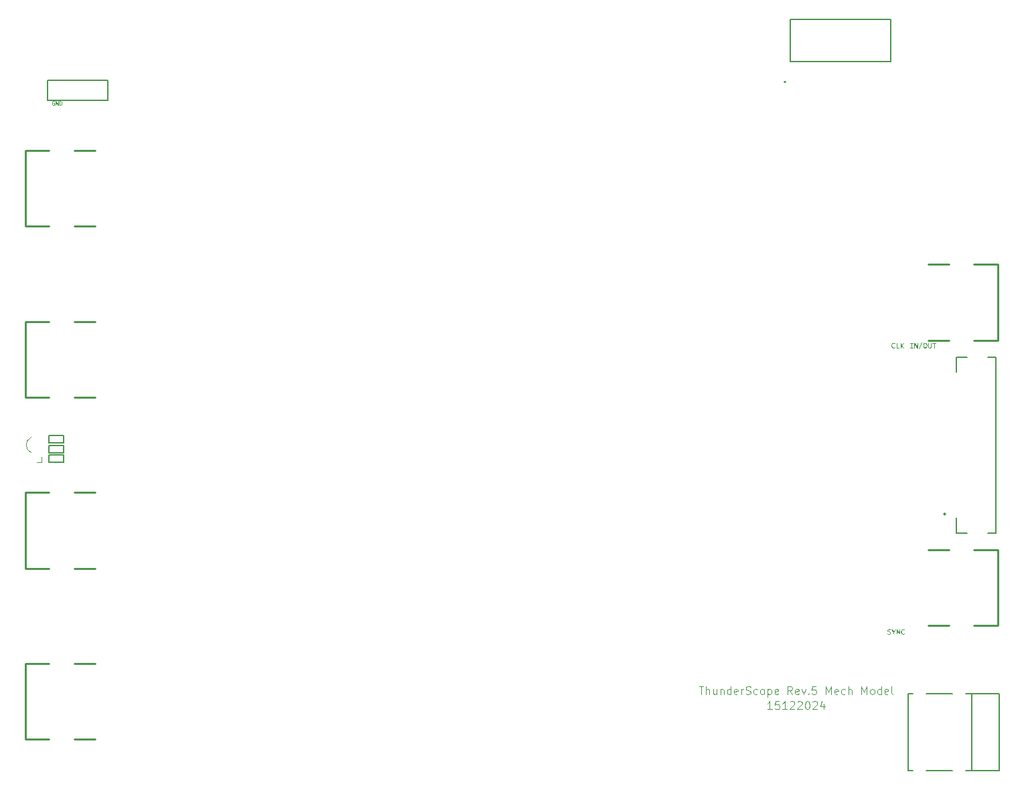
<source format=gbr>
%TF.GenerationSoftware,KiCad,Pcbnew,8.99.0-3402-gadd58faa30*%
%TF.CreationDate,2024-12-15T16:18:47-05:00*%
%TF.ProjectId,Thunderscope_Rev5_Mech_Model,5468756e-6465-4727-9363-6f70655f5265,rev?*%
%TF.SameCoordinates,Original*%
%TF.FileFunction,Legend,Top*%
%TF.FilePolarity,Positive*%
%FSLAX46Y46*%
G04 Gerber Fmt 4.6, Leading zero omitted, Abs format (unit mm)*
G04 Created by KiCad (PCBNEW 8.99.0-3402-gadd58faa30) date 2024-12-15 16:18:47*
%MOMM*%
%LPD*%
G01*
G04 APERTURE LIST*
%ADD10C,0.100000*%
%ADD11C,0.150000*%
%ADD12C,0.187500*%
%ADD13C,0.127000*%
%ADD14C,0.200000*%
%ADD15C,0.254000*%
%ADD16C,0.120000*%
G04 APERTURE END LIST*
D10*
X181453475Y-140486019D02*
X180882047Y-140486019D01*
X181167761Y-140486019D02*
X181167761Y-139486019D01*
X181167761Y-139486019D02*
X181072523Y-139628876D01*
X181072523Y-139628876D02*
X180977285Y-139724114D01*
X180977285Y-139724114D02*
X180882047Y-139771733D01*
X182358237Y-139486019D02*
X181882047Y-139486019D01*
X181882047Y-139486019D02*
X181834428Y-139962209D01*
X181834428Y-139962209D02*
X181882047Y-139914590D01*
X181882047Y-139914590D02*
X181977285Y-139866971D01*
X181977285Y-139866971D02*
X182215380Y-139866971D01*
X182215380Y-139866971D02*
X182310618Y-139914590D01*
X182310618Y-139914590D02*
X182358237Y-139962209D01*
X182358237Y-139962209D02*
X182405856Y-140057447D01*
X182405856Y-140057447D02*
X182405856Y-140295542D01*
X182405856Y-140295542D02*
X182358237Y-140390780D01*
X182358237Y-140390780D02*
X182310618Y-140438400D01*
X182310618Y-140438400D02*
X182215380Y-140486019D01*
X182215380Y-140486019D02*
X181977285Y-140486019D01*
X181977285Y-140486019D02*
X181882047Y-140438400D01*
X181882047Y-140438400D02*
X181834428Y-140390780D01*
X183358237Y-140486019D02*
X182786809Y-140486019D01*
X183072523Y-140486019D02*
X183072523Y-139486019D01*
X183072523Y-139486019D02*
X182977285Y-139628876D01*
X182977285Y-139628876D02*
X182882047Y-139724114D01*
X182882047Y-139724114D02*
X182786809Y-139771733D01*
X183739190Y-139581257D02*
X183786809Y-139533638D01*
X183786809Y-139533638D02*
X183882047Y-139486019D01*
X183882047Y-139486019D02*
X184120142Y-139486019D01*
X184120142Y-139486019D02*
X184215380Y-139533638D01*
X184215380Y-139533638D02*
X184262999Y-139581257D01*
X184262999Y-139581257D02*
X184310618Y-139676495D01*
X184310618Y-139676495D02*
X184310618Y-139771733D01*
X184310618Y-139771733D02*
X184262999Y-139914590D01*
X184262999Y-139914590D02*
X183691571Y-140486019D01*
X183691571Y-140486019D02*
X184310618Y-140486019D01*
X184691571Y-139581257D02*
X184739190Y-139533638D01*
X184739190Y-139533638D02*
X184834428Y-139486019D01*
X184834428Y-139486019D02*
X185072523Y-139486019D01*
X185072523Y-139486019D02*
X185167761Y-139533638D01*
X185167761Y-139533638D02*
X185215380Y-139581257D01*
X185215380Y-139581257D02*
X185262999Y-139676495D01*
X185262999Y-139676495D02*
X185262999Y-139771733D01*
X185262999Y-139771733D02*
X185215380Y-139914590D01*
X185215380Y-139914590D02*
X184643952Y-140486019D01*
X184643952Y-140486019D02*
X185262999Y-140486019D01*
X185882047Y-139486019D02*
X185977285Y-139486019D01*
X185977285Y-139486019D02*
X186072523Y-139533638D01*
X186072523Y-139533638D02*
X186120142Y-139581257D01*
X186120142Y-139581257D02*
X186167761Y-139676495D01*
X186167761Y-139676495D02*
X186215380Y-139866971D01*
X186215380Y-139866971D02*
X186215380Y-140105066D01*
X186215380Y-140105066D02*
X186167761Y-140295542D01*
X186167761Y-140295542D02*
X186120142Y-140390780D01*
X186120142Y-140390780D02*
X186072523Y-140438400D01*
X186072523Y-140438400D02*
X185977285Y-140486019D01*
X185977285Y-140486019D02*
X185882047Y-140486019D01*
X185882047Y-140486019D02*
X185786809Y-140438400D01*
X185786809Y-140438400D02*
X185739190Y-140390780D01*
X185739190Y-140390780D02*
X185691571Y-140295542D01*
X185691571Y-140295542D02*
X185643952Y-140105066D01*
X185643952Y-140105066D02*
X185643952Y-139866971D01*
X185643952Y-139866971D02*
X185691571Y-139676495D01*
X185691571Y-139676495D02*
X185739190Y-139581257D01*
X185739190Y-139581257D02*
X185786809Y-139533638D01*
X185786809Y-139533638D02*
X185882047Y-139486019D01*
X186596333Y-139581257D02*
X186643952Y-139533638D01*
X186643952Y-139533638D02*
X186739190Y-139486019D01*
X186739190Y-139486019D02*
X186977285Y-139486019D01*
X186977285Y-139486019D02*
X187072523Y-139533638D01*
X187072523Y-139533638D02*
X187120142Y-139581257D01*
X187120142Y-139581257D02*
X187167761Y-139676495D01*
X187167761Y-139676495D02*
X187167761Y-139771733D01*
X187167761Y-139771733D02*
X187120142Y-139914590D01*
X187120142Y-139914590D02*
X186548714Y-140486019D01*
X186548714Y-140486019D02*
X187167761Y-140486019D01*
X188024904Y-139819352D02*
X188024904Y-140486019D01*
X187786809Y-139438400D02*
X187548714Y-140152685D01*
X187548714Y-140152685D02*
X188167761Y-140152685D01*
X172215379Y-137611019D02*
X172786807Y-137611019D01*
X172501093Y-138611019D02*
X172501093Y-137611019D01*
X173120141Y-138611019D02*
X173120141Y-137611019D01*
X173548712Y-138611019D02*
X173548712Y-138087209D01*
X173548712Y-138087209D02*
X173501093Y-137991971D01*
X173501093Y-137991971D02*
X173405855Y-137944352D01*
X173405855Y-137944352D02*
X173262998Y-137944352D01*
X173262998Y-137944352D02*
X173167760Y-137991971D01*
X173167760Y-137991971D02*
X173120141Y-138039590D01*
X174453474Y-137944352D02*
X174453474Y-138611019D01*
X174024903Y-137944352D02*
X174024903Y-138468161D01*
X174024903Y-138468161D02*
X174072522Y-138563400D01*
X174072522Y-138563400D02*
X174167760Y-138611019D01*
X174167760Y-138611019D02*
X174310617Y-138611019D01*
X174310617Y-138611019D02*
X174405855Y-138563400D01*
X174405855Y-138563400D02*
X174453474Y-138515780D01*
X174929665Y-137944352D02*
X174929665Y-138611019D01*
X174929665Y-138039590D02*
X174977284Y-137991971D01*
X174977284Y-137991971D02*
X175072522Y-137944352D01*
X175072522Y-137944352D02*
X175215379Y-137944352D01*
X175215379Y-137944352D02*
X175310617Y-137991971D01*
X175310617Y-137991971D02*
X175358236Y-138087209D01*
X175358236Y-138087209D02*
X175358236Y-138611019D01*
X176262998Y-138611019D02*
X176262998Y-137611019D01*
X176262998Y-138563400D02*
X176167760Y-138611019D01*
X176167760Y-138611019D02*
X175977284Y-138611019D01*
X175977284Y-138611019D02*
X175882046Y-138563400D01*
X175882046Y-138563400D02*
X175834427Y-138515780D01*
X175834427Y-138515780D02*
X175786808Y-138420542D01*
X175786808Y-138420542D02*
X175786808Y-138134828D01*
X175786808Y-138134828D02*
X175834427Y-138039590D01*
X175834427Y-138039590D02*
X175882046Y-137991971D01*
X175882046Y-137991971D02*
X175977284Y-137944352D01*
X175977284Y-137944352D02*
X176167760Y-137944352D01*
X176167760Y-137944352D02*
X176262998Y-137991971D01*
X177120141Y-138563400D02*
X177024903Y-138611019D01*
X177024903Y-138611019D02*
X176834427Y-138611019D01*
X176834427Y-138611019D02*
X176739189Y-138563400D01*
X176739189Y-138563400D02*
X176691570Y-138468161D01*
X176691570Y-138468161D02*
X176691570Y-138087209D01*
X176691570Y-138087209D02*
X176739189Y-137991971D01*
X176739189Y-137991971D02*
X176834427Y-137944352D01*
X176834427Y-137944352D02*
X177024903Y-137944352D01*
X177024903Y-137944352D02*
X177120141Y-137991971D01*
X177120141Y-137991971D02*
X177167760Y-138087209D01*
X177167760Y-138087209D02*
X177167760Y-138182447D01*
X177167760Y-138182447D02*
X176691570Y-138277685D01*
X177596332Y-138611019D02*
X177596332Y-137944352D01*
X177596332Y-138134828D02*
X177643951Y-138039590D01*
X177643951Y-138039590D02*
X177691570Y-137991971D01*
X177691570Y-137991971D02*
X177786808Y-137944352D01*
X177786808Y-137944352D02*
X177882046Y-137944352D01*
X178167761Y-138563400D02*
X178310618Y-138611019D01*
X178310618Y-138611019D02*
X178548713Y-138611019D01*
X178548713Y-138611019D02*
X178643951Y-138563400D01*
X178643951Y-138563400D02*
X178691570Y-138515780D01*
X178691570Y-138515780D02*
X178739189Y-138420542D01*
X178739189Y-138420542D02*
X178739189Y-138325304D01*
X178739189Y-138325304D02*
X178691570Y-138230066D01*
X178691570Y-138230066D02*
X178643951Y-138182447D01*
X178643951Y-138182447D02*
X178548713Y-138134828D01*
X178548713Y-138134828D02*
X178358237Y-138087209D01*
X178358237Y-138087209D02*
X178262999Y-138039590D01*
X178262999Y-138039590D02*
X178215380Y-137991971D01*
X178215380Y-137991971D02*
X178167761Y-137896733D01*
X178167761Y-137896733D02*
X178167761Y-137801495D01*
X178167761Y-137801495D02*
X178215380Y-137706257D01*
X178215380Y-137706257D02*
X178262999Y-137658638D01*
X178262999Y-137658638D02*
X178358237Y-137611019D01*
X178358237Y-137611019D02*
X178596332Y-137611019D01*
X178596332Y-137611019D02*
X178739189Y-137658638D01*
X179596332Y-138563400D02*
X179501094Y-138611019D01*
X179501094Y-138611019D02*
X179310618Y-138611019D01*
X179310618Y-138611019D02*
X179215380Y-138563400D01*
X179215380Y-138563400D02*
X179167761Y-138515780D01*
X179167761Y-138515780D02*
X179120142Y-138420542D01*
X179120142Y-138420542D02*
X179120142Y-138134828D01*
X179120142Y-138134828D02*
X179167761Y-138039590D01*
X179167761Y-138039590D02*
X179215380Y-137991971D01*
X179215380Y-137991971D02*
X179310618Y-137944352D01*
X179310618Y-137944352D02*
X179501094Y-137944352D01*
X179501094Y-137944352D02*
X179596332Y-137991971D01*
X180167761Y-138611019D02*
X180072523Y-138563400D01*
X180072523Y-138563400D02*
X180024904Y-138515780D01*
X180024904Y-138515780D02*
X179977285Y-138420542D01*
X179977285Y-138420542D02*
X179977285Y-138134828D01*
X179977285Y-138134828D02*
X180024904Y-138039590D01*
X180024904Y-138039590D02*
X180072523Y-137991971D01*
X180072523Y-137991971D02*
X180167761Y-137944352D01*
X180167761Y-137944352D02*
X180310618Y-137944352D01*
X180310618Y-137944352D02*
X180405856Y-137991971D01*
X180405856Y-137991971D02*
X180453475Y-138039590D01*
X180453475Y-138039590D02*
X180501094Y-138134828D01*
X180501094Y-138134828D02*
X180501094Y-138420542D01*
X180501094Y-138420542D02*
X180453475Y-138515780D01*
X180453475Y-138515780D02*
X180405856Y-138563400D01*
X180405856Y-138563400D02*
X180310618Y-138611019D01*
X180310618Y-138611019D02*
X180167761Y-138611019D01*
X180929666Y-137944352D02*
X180929666Y-138944352D01*
X180929666Y-137991971D02*
X181024904Y-137944352D01*
X181024904Y-137944352D02*
X181215380Y-137944352D01*
X181215380Y-137944352D02*
X181310618Y-137991971D01*
X181310618Y-137991971D02*
X181358237Y-138039590D01*
X181358237Y-138039590D02*
X181405856Y-138134828D01*
X181405856Y-138134828D02*
X181405856Y-138420542D01*
X181405856Y-138420542D02*
X181358237Y-138515780D01*
X181358237Y-138515780D02*
X181310618Y-138563400D01*
X181310618Y-138563400D02*
X181215380Y-138611019D01*
X181215380Y-138611019D02*
X181024904Y-138611019D01*
X181024904Y-138611019D02*
X180929666Y-138563400D01*
X182215380Y-138563400D02*
X182120142Y-138611019D01*
X182120142Y-138611019D02*
X181929666Y-138611019D01*
X181929666Y-138611019D02*
X181834428Y-138563400D01*
X181834428Y-138563400D02*
X181786809Y-138468161D01*
X181786809Y-138468161D02*
X181786809Y-138087209D01*
X181786809Y-138087209D02*
X181834428Y-137991971D01*
X181834428Y-137991971D02*
X181929666Y-137944352D01*
X181929666Y-137944352D02*
X182120142Y-137944352D01*
X182120142Y-137944352D02*
X182215380Y-137991971D01*
X182215380Y-137991971D02*
X182262999Y-138087209D01*
X182262999Y-138087209D02*
X182262999Y-138182447D01*
X182262999Y-138182447D02*
X181786809Y-138277685D01*
X184024904Y-138611019D02*
X183691571Y-138134828D01*
X183453476Y-138611019D02*
X183453476Y-137611019D01*
X183453476Y-137611019D02*
X183834428Y-137611019D01*
X183834428Y-137611019D02*
X183929666Y-137658638D01*
X183929666Y-137658638D02*
X183977285Y-137706257D01*
X183977285Y-137706257D02*
X184024904Y-137801495D01*
X184024904Y-137801495D02*
X184024904Y-137944352D01*
X184024904Y-137944352D02*
X183977285Y-138039590D01*
X183977285Y-138039590D02*
X183929666Y-138087209D01*
X183929666Y-138087209D02*
X183834428Y-138134828D01*
X183834428Y-138134828D02*
X183453476Y-138134828D01*
X184834428Y-138563400D02*
X184739190Y-138611019D01*
X184739190Y-138611019D02*
X184548714Y-138611019D01*
X184548714Y-138611019D02*
X184453476Y-138563400D01*
X184453476Y-138563400D02*
X184405857Y-138468161D01*
X184405857Y-138468161D02*
X184405857Y-138087209D01*
X184405857Y-138087209D02*
X184453476Y-137991971D01*
X184453476Y-137991971D02*
X184548714Y-137944352D01*
X184548714Y-137944352D02*
X184739190Y-137944352D01*
X184739190Y-137944352D02*
X184834428Y-137991971D01*
X184834428Y-137991971D02*
X184882047Y-138087209D01*
X184882047Y-138087209D02*
X184882047Y-138182447D01*
X184882047Y-138182447D02*
X184405857Y-138277685D01*
X185215381Y-137944352D02*
X185453476Y-138611019D01*
X185453476Y-138611019D02*
X185691571Y-137944352D01*
X186072524Y-138515780D02*
X186120143Y-138563400D01*
X186120143Y-138563400D02*
X186072524Y-138611019D01*
X186072524Y-138611019D02*
X186024905Y-138563400D01*
X186024905Y-138563400D02*
X186072524Y-138515780D01*
X186072524Y-138515780D02*
X186072524Y-138611019D01*
X187024904Y-137611019D02*
X186548714Y-137611019D01*
X186548714Y-137611019D02*
X186501095Y-138087209D01*
X186501095Y-138087209D02*
X186548714Y-138039590D01*
X186548714Y-138039590D02*
X186643952Y-137991971D01*
X186643952Y-137991971D02*
X186882047Y-137991971D01*
X186882047Y-137991971D02*
X186977285Y-138039590D01*
X186977285Y-138039590D02*
X187024904Y-138087209D01*
X187024904Y-138087209D02*
X187072523Y-138182447D01*
X187072523Y-138182447D02*
X187072523Y-138420542D01*
X187072523Y-138420542D02*
X187024904Y-138515780D01*
X187024904Y-138515780D02*
X186977285Y-138563400D01*
X186977285Y-138563400D02*
X186882047Y-138611019D01*
X186882047Y-138611019D02*
X186643952Y-138611019D01*
X186643952Y-138611019D02*
X186548714Y-138563400D01*
X186548714Y-138563400D02*
X186501095Y-138515780D01*
X188263000Y-138611019D02*
X188263000Y-137611019D01*
X188263000Y-137611019D02*
X188596333Y-138325304D01*
X188596333Y-138325304D02*
X188929666Y-137611019D01*
X188929666Y-137611019D02*
X188929666Y-138611019D01*
X189786809Y-138563400D02*
X189691571Y-138611019D01*
X189691571Y-138611019D02*
X189501095Y-138611019D01*
X189501095Y-138611019D02*
X189405857Y-138563400D01*
X189405857Y-138563400D02*
X189358238Y-138468161D01*
X189358238Y-138468161D02*
X189358238Y-138087209D01*
X189358238Y-138087209D02*
X189405857Y-137991971D01*
X189405857Y-137991971D02*
X189501095Y-137944352D01*
X189501095Y-137944352D02*
X189691571Y-137944352D01*
X189691571Y-137944352D02*
X189786809Y-137991971D01*
X189786809Y-137991971D02*
X189834428Y-138087209D01*
X189834428Y-138087209D02*
X189834428Y-138182447D01*
X189834428Y-138182447D02*
X189358238Y-138277685D01*
X190691571Y-138563400D02*
X190596333Y-138611019D01*
X190596333Y-138611019D02*
X190405857Y-138611019D01*
X190405857Y-138611019D02*
X190310619Y-138563400D01*
X190310619Y-138563400D02*
X190263000Y-138515780D01*
X190263000Y-138515780D02*
X190215381Y-138420542D01*
X190215381Y-138420542D02*
X190215381Y-138134828D01*
X190215381Y-138134828D02*
X190263000Y-138039590D01*
X190263000Y-138039590D02*
X190310619Y-137991971D01*
X190310619Y-137991971D02*
X190405857Y-137944352D01*
X190405857Y-137944352D02*
X190596333Y-137944352D01*
X190596333Y-137944352D02*
X190691571Y-137991971D01*
X191120143Y-138611019D02*
X191120143Y-137611019D01*
X191548714Y-138611019D02*
X191548714Y-138087209D01*
X191548714Y-138087209D02*
X191501095Y-137991971D01*
X191501095Y-137991971D02*
X191405857Y-137944352D01*
X191405857Y-137944352D02*
X191263000Y-137944352D01*
X191263000Y-137944352D02*
X191167762Y-137991971D01*
X191167762Y-137991971D02*
X191120143Y-138039590D01*
X192786810Y-138611019D02*
X192786810Y-137611019D01*
X192786810Y-137611019D02*
X193120143Y-138325304D01*
X193120143Y-138325304D02*
X193453476Y-137611019D01*
X193453476Y-137611019D02*
X193453476Y-138611019D01*
X194072524Y-138611019D02*
X193977286Y-138563400D01*
X193977286Y-138563400D02*
X193929667Y-138515780D01*
X193929667Y-138515780D02*
X193882048Y-138420542D01*
X193882048Y-138420542D02*
X193882048Y-138134828D01*
X193882048Y-138134828D02*
X193929667Y-138039590D01*
X193929667Y-138039590D02*
X193977286Y-137991971D01*
X193977286Y-137991971D02*
X194072524Y-137944352D01*
X194072524Y-137944352D02*
X194215381Y-137944352D01*
X194215381Y-137944352D02*
X194310619Y-137991971D01*
X194310619Y-137991971D02*
X194358238Y-138039590D01*
X194358238Y-138039590D02*
X194405857Y-138134828D01*
X194405857Y-138134828D02*
X194405857Y-138420542D01*
X194405857Y-138420542D02*
X194358238Y-138515780D01*
X194358238Y-138515780D02*
X194310619Y-138563400D01*
X194310619Y-138563400D02*
X194215381Y-138611019D01*
X194215381Y-138611019D02*
X194072524Y-138611019D01*
X195263000Y-138611019D02*
X195263000Y-137611019D01*
X195263000Y-138563400D02*
X195167762Y-138611019D01*
X195167762Y-138611019D02*
X194977286Y-138611019D01*
X194977286Y-138611019D02*
X194882048Y-138563400D01*
X194882048Y-138563400D02*
X194834429Y-138515780D01*
X194834429Y-138515780D02*
X194786810Y-138420542D01*
X194786810Y-138420542D02*
X194786810Y-138134828D01*
X194786810Y-138134828D02*
X194834429Y-138039590D01*
X194834429Y-138039590D02*
X194882048Y-137991971D01*
X194882048Y-137991971D02*
X194977286Y-137944352D01*
X194977286Y-137944352D02*
X195167762Y-137944352D01*
X195167762Y-137944352D02*
X195263000Y-137991971D01*
X196120143Y-138563400D02*
X196024905Y-138611019D01*
X196024905Y-138611019D02*
X195834429Y-138611019D01*
X195834429Y-138611019D02*
X195739191Y-138563400D01*
X195739191Y-138563400D02*
X195691572Y-138468161D01*
X195691572Y-138468161D02*
X195691572Y-138087209D01*
X195691572Y-138087209D02*
X195739191Y-137991971D01*
X195739191Y-137991971D02*
X195834429Y-137944352D01*
X195834429Y-137944352D02*
X196024905Y-137944352D01*
X196024905Y-137944352D02*
X196120143Y-137991971D01*
X196120143Y-137991971D02*
X196167762Y-138087209D01*
X196167762Y-138087209D02*
X196167762Y-138182447D01*
X196167762Y-138182447D02*
X195691572Y-138277685D01*
X196739191Y-138611019D02*
X196643953Y-138563400D01*
X196643953Y-138563400D02*
X196596334Y-138468161D01*
X196596334Y-138468161D02*
X196596334Y-137611019D01*
D11*
G36*
X90821454Y-63635101D02*
G01*
X90790997Y-63621198D01*
X90759942Y-63610884D01*
X90727525Y-63604498D01*
X90691102Y-63602274D01*
X90650115Y-63606222D01*
X90615265Y-63617478D01*
X90584621Y-63635825D01*
X90559321Y-63660343D01*
X90539517Y-63690296D01*
X90524480Y-63726985D01*
X90515522Y-63767233D01*
X90512390Y-63813117D01*
X90514975Y-63860948D01*
X90522208Y-63901337D01*
X90535130Y-63937977D01*
X90552946Y-63967356D01*
X90576648Y-63991152D01*
X90606435Y-64008792D01*
X90641048Y-64019335D01*
X90684544Y-64023154D01*
X90701360Y-64022348D01*
X90719385Y-64020076D01*
X90736788Y-64016596D01*
X90751772Y-64012089D01*
X90751772Y-63841437D01*
X90642339Y-63841437D01*
X90642339Y-63781060D01*
X90823909Y-63781060D01*
X90823909Y-64055210D01*
X90788445Y-64069169D01*
X90750307Y-64079427D01*
X90711582Y-64085582D01*
X90674286Y-64087634D01*
X90637991Y-64085620D01*
X90605139Y-64079801D01*
X90575294Y-64070415D01*
X90547209Y-64056963D01*
X90522318Y-64039972D01*
X90500300Y-64019307D01*
X90481670Y-63995490D01*
X90465794Y-63967573D01*
X90452745Y-63935006D01*
X90443804Y-63900983D01*
X90438142Y-63862217D01*
X90436149Y-63818063D01*
X90438324Y-63774308D01*
X90444573Y-63735040D01*
X90454577Y-63699727D01*
X90468873Y-63665979D01*
X90486177Y-63636595D01*
X90506454Y-63611104D01*
X90530170Y-63588845D01*
X90556846Y-63570429D01*
X90586798Y-63555709D01*
X90618599Y-63545247D01*
X90652965Y-63538826D01*
X90690296Y-63536622D01*
X90725832Y-63538193D01*
X90758916Y-63542777D01*
X90790894Y-63550776D01*
X90821454Y-63562414D01*
X90821454Y-63635101D01*
G37*
G36*
X91283586Y-64080600D02*
G01*
X91188515Y-64080600D01*
X91032334Y-63747025D01*
X90987234Y-63639790D01*
X90987234Y-63909507D01*
X90987234Y-64080600D01*
X90919200Y-64080600D01*
X90919200Y-63546001D01*
X91013063Y-63546001D01*
X91161844Y-63862063D01*
X91215553Y-63984466D01*
X91215553Y-63697895D01*
X91215553Y-63546001D01*
X91283586Y-63546001D01*
X91283586Y-64080600D01*
G37*
G36*
X91566014Y-63549037D02*
G01*
X91609278Y-63557535D01*
X91645634Y-63570799D01*
X91676148Y-63588449D01*
X91701645Y-63610444D01*
X91722441Y-63636730D01*
X91739319Y-63668510D01*
X91752120Y-63706730D01*
X91760378Y-63752561D01*
X91763340Y-63807365D01*
X91761829Y-63845353D01*
X91757405Y-63881004D01*
X91749584Y-63915260D01*
X91738354Y-63946437D01*
X91723252Y-63975382D01*
X91704319Y-64001465D01*
X91681323Y-64024202D01*
X91653101Y-64043780D01*
X91621033Y-64059095D01*
X91582576Y-64071001D01*
X91540939Y-64078063D01*
X91491205Y-64080600D01*
X91376423Y-64080600D01*
X91376423Y-64017292D01*
X91449403Y-64017292D01*
X91503918Y-64017292D01*
X91548676Y-64013779D01*
X91585178Y-64004012D01*
X91614991Y-63988719D01*
X91639291Y-63968009D01*
X91658769Y-63941363D01*
X91673550Y-63907692D01*
X91683187Y-63865430D01*
X91686697Y-63812641D01*
X91683790Y-63758131D01*
X91676036Y-63716653D01*
X91662172Y-63680296D01*
X91643686Y-63653309D01*
X91619402Y-63632660D01*
X91589171Y-63618394D01*
X91554748Y-63610438D01*
X91512124Y-63607550D01*
X91449403Y-63607550D01*
X91449403Y-64017292D01*
X91376423Y-64017292D01*
X91376423Y-63546001D01*
X91514579Y-63546001D01*
X91566014Y-63549037D01*
G37*
D12*
G36*
X196511898Y-130855358D02*
G01*
X196506841Y-130900935D01*
X196492435Y-130938981D01*
X196469240Y-130971713D01*
X196438121Y-130998698D01*
X196400669Y-131019151D01*
X196354315Y-131034373D01*
X196303990Y-131043081D01*
X196246513Y-131046142D01*
X196193482Y-131044081D01*
X196142740Y-131038952D01*
X196096899Y-131031808D01*
X196057973Y-131023061D01*
X196057973Y-130934813D01*
X196097813Y-130947364D01*
X196144297Y-130957345D01*
X196193833Y-130963368D01*
X196253153Y-130965542D01*
X196295565Y-130963660D01*
X196328212Y-130958627D01*
X196357324Y-130949675D01*
X196378953Y-130938156D01*
X196396190Y-130922857D01*
X196407621Y-130905092D01*
X196414265Y-130884619D01*
X196416597Y-130860487D01*
X196412715Y-130834972D01*
X196401485Y-130814096D01*
X196384413Y-130796249D01*
X196361780Y-130779750D01*
X196336044Y-130765533D01*
X196305681Y-130752043D01*
X196241384Y-130726123D01*
X196177087Y-130697180D01*
X196147040Y-130679933D01*
X196120987Y-130660223D01*
X196098759Y-130637066D01*
X196081282Y-130610215D01*
X196070137Y-130579651D01*
X196066170Y-130542025D01*
X196069707Y-130508117D01*
X196080504Y-130474293D01*
X196098559Y-130443156D01*
X196125063Y-130415080D01*
X196158459Y-130392275D01*
X196202686Y-130373268D01*
X196252640Y-130361636D01*
X196315664Y-130357377D01*
X196352300Y-130358934D01*
X196392280Y-130363285D01*
X196432214Y-130369742D01*
X196468850Y-130377436D01*
X196468850Y-130459593D01*
X196389944Y-130442420D01*
X196350778Y-130437961D01*
X196313603Y-130436512D01*
X196261650Y-130440031D01*
X196224413Y-130449229D01*
X196198336Y-130462616D01*
X196177640Y-130482295D01*
X196165602Y-130505290D01*
X196161470Y-130532774D01*
X196165342Y-130558341D01*
X196176583Y-130579486D01*
X196193661Y-130597574D01*
X196216288Y-130614336D01*
X196242041Y-130628731D01*
X196272387Y-130642271D01*
X196336684Y-130668192D01*
X196400981Y-130697409D01*
X196431002Y-130714940D01*
X196457081Y-130735099D01*
X196479298Y-130758757D01*
X196496785Y-130786161D01*
X196507932Y-130817221D01*
X196511898Y-130855358D01*
G37*
G36*
X197154638Y-130369101D02*
G01*
X196912288Y-130799075D01*
X196912288Y-131037350D01*
X196820102Y-131037350D01*
X196820102Y-130797015D01*
X196577752Y-130369101D01*
X196687890Y-130369101D01*
X196821109Y-130613787D01*
X196870294Y-130712064D01*
X196915402Y-130622992D01*
X197050133Y-130369101D01*
X197154638Y-130369101D01*
G37*
G36*
X197670845Y-131037350D02*
G01*
X197552006Y-131037350D01*
X197356780Y-130620381D01*
X197300405Y-130486338D01*
X197300405Y-130823484D01*
X197300405Y-131037350D01*
X197215363Y-131037350D01*
X197215363Y-130369101D01*
X197332691Y-130369101D01*
X197518667Y-130764179D01*
X197585803Y-130917182D01*
X197585803Y-130558969D01*
X197585803Y-130369101D01*
X197670845Y-130369101D01*
X197670845Y-131037350D01*
G37*
G36*
X198240862Y-131013169D02*
G01*
X198186414Y-131031476D01*
X198130378Y-131042453D01*
X198072289Y-131046142D01*
X198015057Y-131042330D01*
X197965750Y-131031519D01*
X197923137Y-131014348D01*
X197886216Y-130991037D01*
X197854257Y-130961375D01*
X197828531Y-130926934D01*
X197807687Y-130885854D01*
X197791928Y-130837039D01*
X197781806Y-130779151D01*
X197778190Y-130710644D01*
X197780659Y-130657329D01*
X197787780Y-130609032D01*
X197799210Y-130565198D01*
X197815643Y-130523085D01*
X197835655Y-130486502D01*
X197859157Y-130454830D01*
X197886918Y-130426920D01*
X197918216Y-130403682D01*
X197953404Y-130384901D01*
X197991036Y-130371446D01*
X198032180Y-130363163D01*
X198077418Y-130360308D01*
X198123107Y-130362405D01*
X198163972Y-130368414D01*
X198203213Y-130378693D01*
X198240862Y-130393281D01*
X198240862Y-130482674D01*
X198203689Y-130464988D01*
X198165529Y-130452174D01*
X198125518Y-130444364D01*
X198080487Y-130441641D01*
X198035001Y-130446185D01*
X197995169Y-130459318D01*
X197959974Y-130480872D01*
X197930369Y-130510518D01*
X197907216Y-130546914D01*
X197889382Y-130592400D01*
X197878823Y-130642706D01*
X197875048Y-130702722D01*
X197878984Y-130768974D01*
X197889783Y-130822276D01*
X197906275Y-130864907D01*
X197927804Y-130898772D01*
X197956474Y-130927062D01*
X197990941Y-130947464D01*
X198032391Y-130960258D01*
X198082547Y-130964809D01*
X198124932Y-130962268D01*
X198164979Y-130954780D01*
X198203699Y-130942743D01*
X198240862Y-130926707D01*
X198240862Y-131013169D01*
G37*
G36*
X197027609Y-94779319D02*
G01*
X196973161Y-94797626D01*
X196917125Y-94808603D01*
X196859036Y-94812292D01*
X196801804Y-94808480D01*
X196752497Y-94797669D01*
X196709884Y-94780498D01*
X196672963Y-94757187D01*
X196641003Y-94727525D01*
X196615278Y-94693084D01*
X196594434Y-94652004D01*
X196578675Y-94603189D01*
X196568553Y-94545301D01*
X196564937Y-94476794D01*
X196567406Y-94423479D01*
X196574527Y-94375182D01*
X196585957Y-94331348D01*
X196602390Y-94289235D01*
X196622402Y-94252652D01*
X196645904Y-94220980D01*
X196673665Y-94193070D01*
X196704963Y-94169832D01*
X196740151Y-94151051D01*
X196777782Y-94137596D01*
X196818927Y-94129313D01*
X196864165Y-94126458D01*
X196909854Y-94128555D01*
X196950719Y-94134564D01*
X196989960Y-94144843D01*
X197027609Y-94159431D01*
X197027609Y-94248824D01*
X196990436Y-94231138D01*
X196952276Y-94218324D01*
X196912265Y-94210514D01*
X196867233Y-94207791D01*
X196821748Y-94212335D01*
X196781916Y-94225468D01*
X196746720Y-94247022D01*
X196717116Y-94276668D01*
X196693963Y-94313064D01*
X196676129Y-94358550D01*
X196665570Y-94408856D01*
X196661795Y-94468872D01*
X196665731Y-94535124D01*
X196676530Y-94588426D01*
X196693022Y-94631057D01*
X196714551Y-94664922D01*
X196743220Y-94693212D01*
X196777688Y-94713614D01*
X196819138Y-94726408D01*
X196869294Y-94730959D01*
X196911679Y-94728418D01*
X196951726Y-94720930D01*
X196990446Y-94708893D01*
X197027609Y-94692857D01*
X197027609Y-94779319D01*
G37*
G36*
X197599138Y-94803500D02*
G01*
X197213860Y-94803500D01*
X197213860Y-94135251D01*
X197306596Y-94135251D01*
X197306596Y-94725830D01*
X197599138Y-94725830D01*
X197599138Y-94803500D01*
G37*
G36*
X198207531Y-94803500D02*
G01*
X198092768Y-94803500D01*
X197842266Y-94475787D01*
X197842266Y-94803500D01*
X197751041Y-94803500D01*
X197751041Y-94135251D01*
X197842266Y-94135251D01*
X197842266Y-94445607D01*
X198087639Y-94135251D01*
X198195762Y-94135251D01*
X197931384Y-94452752D01*
X198207531Y-94803500D01*
G37*
G36*
X199066793Y-94212188D02*
G01*
X198912554Y-94212188D01*
X198912554Y-94135251D01*
X199313219Y-94135251D01*
X199313219Y-94212188D01*
X199158979Y-94212188D01*
X199158979Y-94725830D01*
X199313219Y-94725830D01*
X199313219Y-94803500D01*
X198912554Y-94803500D01*
X198912554Y-94725830D01*
X199066793Y-94725830D01*
X199066793Y-94212188D01*
G37*
G36*
X199917537Y-94803500D02*
G01*
X199798697Y-94803500D01*
X199603471Y-94386531D01*
X199547096Y-94252488D01*
X199547096Y-94589634D01*
X199547096Y-94803500D01*
X199462054Y-94803500D01*
X199462054Y-94135251D01*
X199579382Y-94135251D01*
X199765358Y-94530329D01*
X199832494Y-94683332D01*
X199832494Y-94325119D01*
X199832494Y-94135251D01*
X199917537Y-94135251D01*
X199917537Y-94803500D01*
G37*
G36*
X200473174Y-94079564D02*
G01*
X200121739Y-94914874D01*
X200036697Y-94914874D01*
X200388131Y-94079564D01*
X200473174Y-94079564D01*
G37*
G36*
X200890488Y-94126328D02*
G01*
X200927713Y-94134325D01*
X200960438Y-94147112D01*
X200990572Y-94165086D01*
X201017014Y-94187466D01*
X201040077Y-94214569D01*
X201067270Y-94261988D01*
X201087475Y-94321502D01*
X201099021Y-94386756D01*
X201103137Y-94463559D01*
X201100541Y-94523596D01*
X201093237Y-94575216D01*
X201081842Y-94619493D01*
X201065381Y-94662120D01*
X201046194Y-94697985D01*
X201024460Y-94727937D01*
X200998713Y-94754314D01*
X200970616Y-94775386D01*
X200939922Y-94791547D01*
X200890305Y-94807080D01*
X200837752Y-94812292D01*
X200795214Y-94809522D01*
X200757988Y-94801616D01*
X200725278Y-94788982D01*
X200695180Y-94771118D01*
X200668818Y-94748745D01*
X200645869Y-94721525D01*
X200618937Y-94673859D01*
X200598974Y-94614089D01*
X200587668Y-94548549D01*
X200583633Y-94471253D01*
X200583849Y-94466215D01*
X200678384Y-94466215D01*
X200680792Y-94524377D01*
X200687588Y-94574797D01*
X200699856Y-94621479D01*
X200716577Y-94658969D01*
X200739475Y-94690531D01*
X200767547Y-94713649D01*
X200801143Y-94728056D01*
X200842881Y-94733158D01*
X200883575Y-94727780D01*
X200917116Y-94712366D01*
X200945355Y-94688160D01*
X200968636Y-94655900D01*
X200985919Y-94618115D01*
X200998586Y-94572507D01*
X201005834Y-94523783D01*
X201008340Y-94470337D01*
X201005996Y-94412620D01*
X200999364Y-94362305D01*
X200987287Y-94315578D01*
X200970422Y-94277858D01*
X200947272Y-94246080D01*
X200918947Y-94222904D01*
X200885060Y-94208501D01*
X200842881Y-94203395D01*
X200802182Y-94208781D01*
X200768830Y-94224186D01*
X200740871Y-94248382D01*
X200717859Y-94280652D01*
X200700787Y-94318451D01*
X200688138Y-94364320D01*
X200680881Y-94413185D01*
X200678384Y-94466215D01*
X200583849Y-94466215D01*
X200586182Y-94411894D01*
X200593368Y-94360603D01*
X200604607Y-94316372D01*
X200620936Y-94273722D01*
X200640048Y-94237843D01*
X200661760Y-94207883D01*
X200687525Y-94181487D01*
X200715533Y-94160434D01*
X200746024Y-94144319D01*
X200795447Y-94128756D01*
X200847964Y-94123527D01*
X200890488Y-94126328D01*
G37*
G36*
X201652638Y-94570583D02*
G01*
X201648572Y-94624103D01*
X201636976Y-94670509D01*
X201617475Y-94712270D01*
X201591134Y-94746621D01*
X201557855Y-94774238D01*
X201517083Y-94795165D01*
X201471235Y-94807802D01*
X201416424Y-94812292D01*
X201356660Y-94807885D01*
X201310408Y-94795943D01*
X201270285Y-94775812D01*
X201239425Y-94749690D01*
X201215921Y-94717127D01*
X201199445Y-94677928D01*
X201190167Y-94634573D01*
X201186897Y-94584414D01*
X201186897Y-94135251D01*
X201278122Y-94135251D01*
X201278122Y-94577178D01*
X201280101Y-94615238D01*
X201285541Y-94646192D01*
X201295567Y-94673876D01*
X201309858Y-94695743D01*
X201329030Y-94713059D01*
X201353684Y-94725876D01*
X201382288Y-94733329D01*
X201419538Y-94736088D01*
X201455736Y-94733087D01*
X201484804Y-94724779D01*
X201508161Y-94711800D01*
X201526837Y-94694186D01*
X201545230Y-94664356D01*
X201557110Y-94625823D01*
X201561459Y-94576170D01*
X201561459Y-94135251D01*
X201652638Y-94135251D01*
X201652638Y-94570583D01*
G37*
G36*
X202240561Y-94212920D02*
G01*
X202042266Y-94212920D01*
X202042266Y-94803500D01*
X201950080Y-94803500D01*
X201950080Y-94212920D01*
X201751785Y-94212920D01*
X201751785Y-94135251D01*
X202240561Y-94135251D01*
X202240561Y-94212920D01*
G37*
D13*
%TO.C,J6*%
X204776095Y-118203600D02*
X206161095Y-118203600D01*
X204776095Y-118203600D02*
X204776095Y-116268600D01*
X208791095Y-118203600D02*
X209776095Y-118203600D01*
X209776095Y-118203600D02*
X209776095Y-95903600D01*
X204776095Y-95903600D02*
X204776095Y-97838600D01*
X206161095Y-95903600D02*
X204776095Y-95903600D01*
X209776095Y-95903600D02*
X208791095Y-95903600D01*
D14*
X203391095Y-115803600D02*
G75*
G02*
X203191095Y-115803600I-100000J0D01*
G01*
X203191095Y-115803600D02*
G75*
G02*
X203391095Y-115803600I100000J0D01*
G01*
D13*
%TO.C,R3*%
X90076095Y-108328600D02*
X90076095Y-109278600D01*
X90076095Y-108328600D02*
X91926095Y-108328600D01*
X90076095Y-109278600D02*
X91926095Y-109278600D01*
X91926095Y-108328600D02*
X91926095Y-109278600D01*
%TO.C,R2*%
X91926095Y-105828600D02*
X91926095Y-106778600D01*
X90076095Y-106778600D02*
X91926095Y-106778600D01*
X90076095Y-105828600D02*
X91926095Y-105828600D01*
X90076095Y-105828600D02*
X90076095Y-106778600D01*
%TO.C,R1*%
X91926095Y-107078600D02*
X91926095Y-108028600D01*
X90076095Y-108028600D02*
X91926095Y-108028600D01*
X90076095Y-107078600D02*
X91926095Y-107078600D01*
X90076095Y-107078600D02*
X90076095Y-108028600D01*
D14*
%TO.C,J3*%
X183201095Y-61088600D02*
G75*
G02*
X183001095Y-61088600I-100000J0D01*
G01*
X183001095Y-61088600D02*
G75*
G02*
X183201095Y-61088600I100000J0D01*
G01*
X196451095Y-58548600D02*
X196451095Y-53218600D01*
X183751095Y-58548600D02*
X196451095Y-58548600D01*
X183751095Y-58548600D02*
X183751095Y-53218600D01*
X183751095Y-53218600D02*
X196451095Y-53218600D01*
D15*
%TO.C,J2*%
X203801095Y-120303600D02*
X201201095Y-120303600D01*
X203801095Y-129903610D02*
X201201095Y-129903610D01*
X210001095Y-120303600D02*
X207001095Y-120303600D01*
X210001095Y-120303600D02*
X210001095Y-129903610D01*
X210001095Y-129903610D02*
X207001095Y-129903610D01*
%TO.C,J1002A1*%
X87076095Y-134728600D02*
X90076095Y-134728600D01*
X87076095Y-144328610D02*
X87076095Y-134728600D01*
X87076095Y-144328610D02*
X90076095Y-144328610D01*
X93276095Y-134728600D02*
X95876095Y-134728600D01*
X93276095Y-144328610D02*
X95876095Y-144328610D01*
D13*
%TO.C,J11*%
X198701095Y-138528600D02*
X198701095Y-148278600D01*
X198701095Y-138528600D02*
X199226095Y-138528600D01*
X198701095Y-148278600D02*
X199226095Y-148278600D01*
X200976095Y-138528600D02*
X204226095Y-138528600D01*
X200976095Y-148278600D02*
X204226095Y-148278600D01*
X205976095Y-138528600D02*
X206701095Y-138528600D01*
X205976095Y-148278600D02*
X206701095Y-148278600D01*
X206701095Y-138528600D02*
X206701095Y-148278600D01*
X206701095Y-138528600D02*
X210201095Y-138528600D01*
X206701095Y-148278600D02*
X210201095Y-148278600D01*
X210201095Y-138528600D02*
X210201095Y-148278600D01*
D11*
%TO.C,J4*%
X89841095Y-60883600D02*
X97461095Y-60883600D01*
X89841095Y-63423600D02*
X89841095Y-60883600D01*
X89841095Y-63423600D02*
X97461095Y-63423600D01*
X97461095Y-63423600D02*
X97461095Y-60883600D01*
D15*
%TO.C,J1*%
X203801095Y-84203600D02*
X201201095Y-84203600D01*
X203801095Y-93803610D02*
X201201095Y-93803610D01*
X210001095Y-84203600D02*
X207001095Y-84203600D01*
X210001095Y-84203600D02*
X210001095Y-93803610D01*
X210001095Y-93803610D02*
X207001095Y-93803610D01*
%TO.C,J1002D1*%
X87076095Y-69778600D02*
X90076095Y-69778600D01*
X87076095Y-79378610D02*
X87076095Y-69778600D01*
X87076095Y-79378610D02*
X90076095Y-79378610D01*
X93276095Y-69778600D02*
X95876095Y-69778600D01*
X93276095Y-79378610D02*
X95876095Y-79378610D01*
D16*
%TO.C,D1*%
X88500000Y-109253600D02*
X89150000Y-109253600D01*
X89150000Y-109253600D02*
X89150000Y-108553600D01*
X87850000Y-108053600D02*
G75*
G02*
X87850000Y-106053600I400000J1000000D01*
G01*
D15*
%TO.C,J1002B1*%
X87076095Y-113078600D02*
X90076095Y-113078600D01*
X87076095Y-122678610D02*
X87076095Y-113078600D01*
X87076095Y-122678610D02*
X90076095Y-122678610D01*
X93276095Y-113078600D02*
X95876095Y-113078600D01*
X93276095Y-122678610D02*
X95876095Y-122678610D01*
%TO.C,J1002C1*%
X87076095Y-91428600D02*
X90076095Y-91428600D01*
X87076095Y-101028610D02*
X87076095Y-91428600D01*
X87076095Y-101028610D02*
X90076095Y-101028610D01*
X93276095Y-91428600D02*
X95876095Y-91428600D01*
X93276095Y-101028610D02*
X95876095Y-101028610D01*
%TD*%
M02*

</source>
